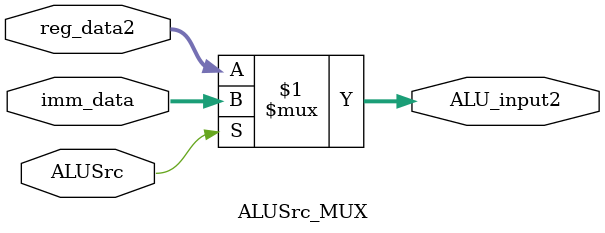
<source format=v>
`timescale 1ns / 1ps

module ALUSrc_MUX(reg_data2, imm_data, ALUSrc, ALU_input2);
input [31:0] reg_data2, imm_data;
input ALUSrc;
output [31:0] ALU_input2;

assign ALU_input2 = ALUSrc ? imm_data : reg_data2;
endmodule

</source>
